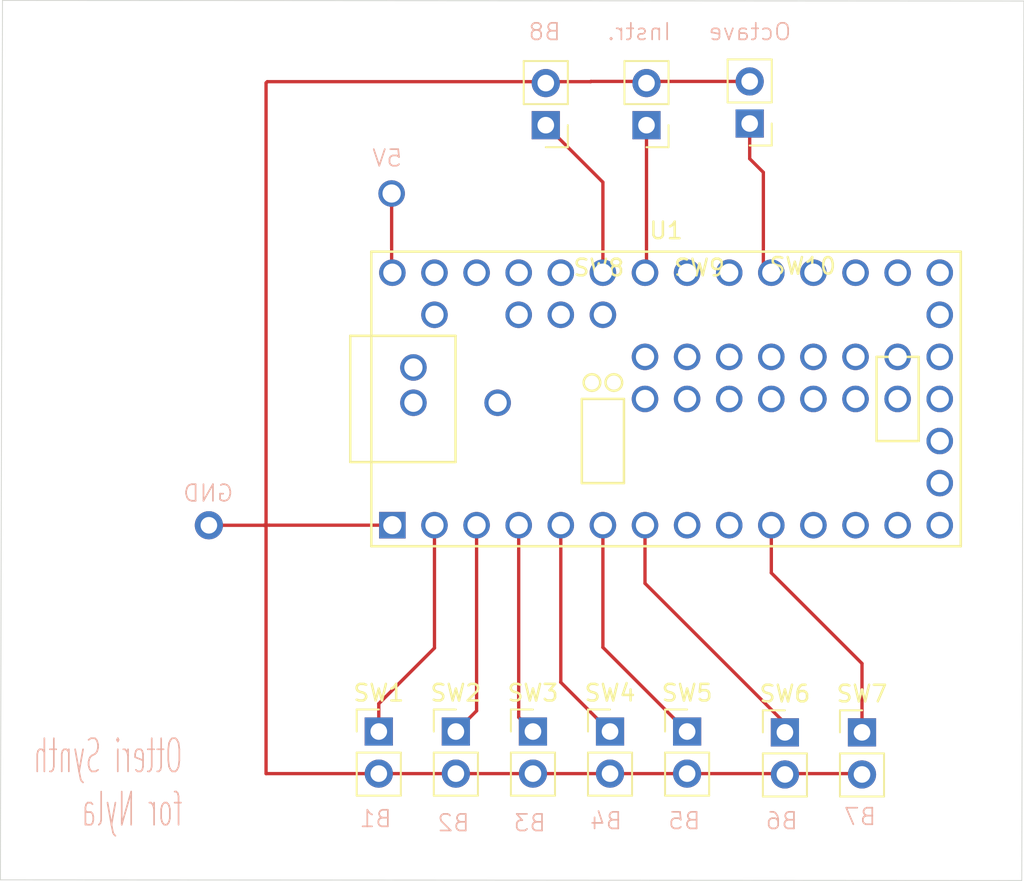
<source format=kicad_pcb>
(kicad_pcb (version 20240108) (generator "pcbnew") (generator_version "8.0")
  (layers (0 "F.Cu" signal) (31 "B.Cu" signal) (34 "B.Paste" user) (35 "F.Paste" user) (36 "B.SilkS" user "B.Silkscreen") (37 "F.SilkS" user "F.Silkscreen") (38 "B.Mask" user) (39 "F.Mask" user) (44 "Edge.Cuts" user))
  (net 0 "")
  (net 10 "pin0")
  (net 43 "GND")
  (net 44 "pin1")
  (net 45 "pin2")
  (net 46 "pin3")
  (net 47 "pin4")
  (net 49 "pin5")
  (net 50 "pin8")
  (net 51 "pin21")
  (net 52 "pin20")
  (net 53 "pin17")
  (net 54 "+5V")
  (footprint "Connector_PinHeader_2.54mm:PinHeader_1x02_P2.54mm_Vertical" (layer "F.Cu") (at 113.575 110.25)
    (property "Reference" "SW1" (at 0 -2.33 0) (layer "F.SilkS"))
    (property "Value" "SW_Push")
    (fp_line (start -1.33 -1.33) (end 0 -1.33) (stroke (width 0.12)) (layer "F.SilkS"))
    (fp_line (start -1.33 0) (end -1.33 -1.33) (stroke (width 0.12)) (layer "F.SilkS"))
    (fp_line (start -1.33 1.27) (end -1.33 3.87) (stroke (width 0.12)) (layer "F.SilkS"))
    (fp_line (start -1.33 1.27) (end 1.33 1.27) (stroke (width 0.12)) (layer "F.SilkS"))
    (fp_line (start -1.33 3.87) (end 1.33 3.87) (stroke (width 0.12)) (layer "F.SilkS"))
    (fp_line (start 1.33 1.27) (end 1.33 3.87) (stroke (width 0.12)) (layer "F.SilkS"))
    (pad "1" thru_hole rect (at 0 0) (size 1.7 1.7) (drill 1) (layers "*.Cu" "*.Mask") (net 10 "pin0"))
    (pad "2" thru_hole oval (at 0 2.54) (size 1.7 1.7) (drill 1) (layers "*.Cu" "*.Mask") (net 43 "GND"))
  )
  (footprint "Connector_PinHeader_2.54mm:PinHeader_1x02_P2.54mm_Vertical" (layer "F.Cu") (at 118.225 110.25)
    (property "Reference" "SW2" (at 0 -2.33 0) (layer "F.SilkS"))
    (property "Value" "SW_Push")
    (fp_line (start -1.33 -1.33) (end 0 -1.33) (stroke (width 0.12)) (layer "F.SilkS"))
    (fp_line (start -1.33 0) (end -1.33 -1.33) (stroke (width 0.12)) (layer "F.SilkS"))
    (fp_line (start -1.33 1.27) (end -1.33 3.87) (stroke (width 0.12)) (layer "F.SilkS"))
    (fp_line (start -1.33 1.27) (end 1.33 1.27) (stroke (width 0.12)) (layer "F.SilkS"))
    (fp_line (start -1.33 3.87) (end 1.33 3.87) (stroke (width 0.12)) (layer "F.SilkS"))
    (fp_line (start 1.33 1.27) (end 1.33 3.87) (stroke (width 0.12)) (layer "F.SilkS"))
    (pad "1" thru_hole rect (at 0 0) (size 1.7 1.7) (drill 1) (layers "*.Cu" "*.Mask") (net 44 "pin1"))
    (pad "2" thru_hole oval (at 0 2.54) (size 1.7 1.7) (drill 1) (layers "*.Cu" "*.Mask") (net 43 "GND"))
  )
  (footprint "" (layer "F.Cu") (at 114.35 77.775)
    (property "Reference" "" (at 0 0 0) (layer "F.SilkS") (effects (font (size 1.27 1.27))))
    (property "Value" "")
    (pad "33" thru_hole circle (at 0 0) (size 1.6 1.6) (drill 1.1) (layers "*.Cu" "*.Mask") (net 54 "+5V"))
  )
  (footprint "" (layer "F.Cu") (at 103.325 97.8)
    (property "Reference" "" (at 0 0 0) (layer "F.SilkS") (effects (font (size 1.27 1.27))))
    (property "Value" "")
    (pad "2" thru_hole oval (at 0 0) (size 1.7 1.7) (drill 1) (layers "*.Cu" "*.Mask") (net 43 "GND"))
  )
  (footprint "Connector_PinHeader_2.54mm:PinHeader_1x02_P2.54mm_Vertical" (layer "F.Cu") (at 122.875 110.25)
    (property "Reference" "SW3" (at 0 -2.33 0) (layer "F.SilkS"))
    (property "Value" "SW_Push")
    (fp_line (start -1.33 -1.33) (end 0 -1.33) (stroke (width 0.12)) (layer "F.SilkS"))
    (fp_line (start -1.33 0) (end -1.33 -1.33) (stroke (width 0.12)) (layer "F.SilkS"))
    (fp_line (start -1.33 1.27) (end -1.33 3.87) (stroke (width 0.12)) (layer "F.SilkS"))
    (fp_line (start -1.33 1.27) (end 1.33 1.27) (stroke (width 0.12)) (layer "F.SilkS"))
    (fp_line (start -1.33 3.87) (end 1.33 3.87) (stroke (width 0.12)) (layer "F.SilkS"))
    (fp_line (start 1.33 1.27) (end 1.33 3.87) (stroke (width 0.12)) (layer "F.SilkS"))
    (pad "1" thru_hole rect (at 0 0) (size 1.7 1.7) (drill 1) (layers "*.Cu" "*.Mask") (net 45 "pin2"))
    (pad "2" thru_hole oval (at 0 2.54) (size 1.7 1.7) (drill 1) (layers "*.Cu" "*.Mask") (net 43 "GND"))
  )
  (footprint "Connector_PinHeader_2.54mm:PinHeader_1x02_P2.54mm_Vertical" (layer "F.Cu") (at 129.725 73.65 180)
    (property "Reference" "SW9" (at -3.2 -8.605 360) (layer "F.SilkS"))
    (property "Value" "SW_Push")
    (fp_line (start 1.33 1.27) (end 1.33 3.87) (stroke (width 0.12)) (layer "F.SilkS"))
    (fp_line (start -1.33 3.87) (end 1.33 3.87) (stroke (width 0.12)) (layer "F.SilkS"))
    (fp_line (start -1.33 1.27) (end 1.33 1.27) (stroke (width 0.12)) (layer "F.SilkS"))
    (fp_line (start -1.33 1.27) (end -1.33 3.87) (stroke (width 0.12)) (layer "F.SilkS"))
    (fp_line (start -1.33 0) (end -1.33 -1.33) (stroke (width 0.12)) (layer "F.SilkS"))
    (fp_line (start -1.33 -1.33) (end 0 -1.33) (stroke (width 0.12)) (layer "F.SilkS"))
    (pad "1" thru_hole rect (at 0 0 180) (size 1.7 1.7) (drill 1) (layers "*.Cu" "*.Mask") (net 52 "pin20"))
    (pad "2" thru_hole oval (at 0 2.54 180) (size 1.7 1.7) (drill 1) (layers "*.Cu" "*.Mask") (net 43 "GND"))
  )
  (footprint "Connector_PinHeader_2.54mm:PinHeader_1x02_P2.54mm_Vertical" (layer "F.Cu") (at 142.725 110.3)
    (property "Reference" "SW7" (at 0 -2.33 0) (layer "F.SilkS"))
    (property "Value" "SW_Push")
    (fp_line (start -1.33 -1.33) (end 0 -1.33) (stroke (width 0.12)) (layer "F.SilkS"))
    (fp_line (start -1.33 0) (end -1.33 -1.33) (stroke (width 0.12)) (layer "F.SilkS"))
    (fp_line (start -1.33 1.27) (end -1.33 3.87) (stroke (width 0.12)) (layer "F.SilkS"))
    (fp_line (start -1.33 1.27) (end 1.33 1.27) (stroke (width 0.12)) (layer "F.SilkS"))
    (fp_line (start -1.33 3.87) (end 1.33 3.87) (stroke (width 0.12)) (layer "F.SilkS"))
    (fp_line (start 1.33 1.27) (end 1.33 3.87) (stroke (width 0.12)) (layer "F.SilkS"))
    (pad "1" thru_hole rect (at 0 0) (size 1.7 1.7) (drill 1) (layers "*.Cu" "*.Mask") (net 50 "pin8"))
    (pad "2" thru_hole oval (at 0 2.54) (size 1.7 1.7) (drill 1) (layers "*.Cu" "*.Mask") (net 43 "GND"))
  )
  (footprint "Teensy:Teensy30_31_32_All_Pins" (layer "F.Cu") (at 130.905 90.175)
    (property "Reference" "U1" (at 0 -10.16 0) (layer "F.SilkS"))
    (property "Value" "Teensy3.2")
    (fp_line (start -19.05 -3.81) (end -17.78 -3.81) (stroke (width 0.15)) (layer "F.SilkS"))
    (fp_line (start -19.05 3.81) (end -19.05 -3.81) (stroke (width 0.15)) (layer "F.SilkS"))
    (fp_line (start -17.78 -8.89) (end 17.78 -8.89) (stroke (width 0.15)) (layer "F.SilkS"))
    (fp_line (start -17.78 3.81) (end -19.05 3.81) (stroke (width 0.15)) (layer "F.SilkS"))
    (fp_line (start -17.78 8.89) (end -17.78 -8.89) (stroke (width 0.15)) (layer "F.SilkS"))
    (fp_line (start -12.7 -3.81) (end -17.78 -3.81) (stroke (width 0.15)) (layer "F.SilkS"))
    (fp_line (start -12.7 3.81) (end -17.78 3.81) (stroke (width 0.15)) (layer "F.SilkS"))
    (fp_line (start -12.7 3.81) (end -12.7 -3.81) (stroke (width 0.15)) (layer "F.SilkS"))
    (fp_line (start -5.08 0) (end -2.54 0) (stroke (width 0.15)) (layer "F.SilkS"))
    (fp_line (start -5.08 5.08) (end -5.08 0) (stroke (width 0.15)) (layer "F.SilkS"))
    (fp_line (start -2.54 0) (end -2.54 5.08) (stroke (width 0.15)) (layer "F.SilkS"))
    (fp_line (start -2.54 5.08) (end -5.08 5.08) (stroke (width 0.15)) (layer "F.SilkS"))
    (fp_line (start 12.7 -2.54) (end 15.24 -2.54) (stroke (width 0.15)) (layer "F.SilkS"))
    (fp_line (start 12.7 2.54) (end 12.7 -2.54) (stroke (width 0.15)) (layer "F.SilkS"))
    (fp_line (start 15.24 -2.54) (end 15.24 2.54) (stroke (width 0.15)) (layer "F.SilkS"))
    (fp_line (start 15.24 2.54) (end 12.7 2.54) (stroke (width 0.15)) (layer "F.SilkS"))
    (fp_line (start 17.78 -8.89) (end 17.78 8.89) (stroke (width 0.15)) (layer "F.SilkS"))
    (fp_line (start 17.78 8.89) (end -17.78 8.89) (stroke (width 0.15)) (layer "F.SilkS"))
    (fp_circle (center -4.47 -0.99) (end -3.97 -0.99) (stroke (width 0.15)) (fill none) (layer "F.SilkS"))
    (fp_circle (center -3.15 -0.99) (end -2.65 -0.99) (stroke (width 0.15)) (fill none) (layer "F.SilkS"))
    (pad "1" thru_hole rect (at -16.51 7.62) (size 1.6 1.6) (drill 1.1) (layers "*.Cu" "*.Mask") (net 43 "GND"))
    (pad "2" thru_hole circle (at -13.97 7.62) (size 1.6 1.6) (drill 1.1) (layers "*.Cu" "*.Mask") (net 10 "pin0"))
    (pad "3" thru_hole circle (at -11.43 7.62) (size 1.6 1.6) (drill 1.1) (layers "*.Cu" "*.Mask") (net 44 "pin1"))
    (pad "4" thru_hole circle (at -8.89 7.62) (size 1.6 1.6) (drill 1.1) (layers "*.Cu" "*.Mask") (net 45 "pin2"))
    (pad "5" thru_hole circle (at -6.35 7.62) (size 1.6 1.6) (drill 1.1) (layers "*.Cu" "*.Mask") (net 46 "pin3"))
    (pad "6" thru_hole circle (at -3.81 7.62) (size 1.6 1.6) (drill 1.1) (layers "*.Cu" "*.Mask") (net 47 "pin4"))
    (pad "7" thru_hole circle (at -1.27 7.62) (size 1.6 1.6) (drill 1.1) (layers "*.Cu" "*.Mask") (net 49 "pin5"))
    (pad "8" thru_hole circle (at 1.27 7.62) (size 1.6 1.6) (drill 1.1) (layers "*.Cu" "*.Mask"))
    (pad "9" thru_hole circle (at 3.81 7.62) (size 1.6 1.6) (drill 1.1) (layers "*.Cu" "*.Mask"))
    (pad "10" thru_hole circle (at 6.35 7.62) (size 1.6 1.6) (drill 1.1) (layers "*.Cu" "*.Mask") (net 50 "pin8"))
    (pad "11" thru_hole circle (at 8.89 7.62) (size 1.6 1.6) (drill 1.1) (layers "*.Cu" "*.Mask"))
    (pad "12" thru_hole circle (at 11.43 7.62) (size 1.6 1.6) (drill 1.1) (layers "*.Cu" "*.Mask"))
    (pad "13" thru_hole circle (at 13.97 7.62) (size 1.6 1.6) (drill 1.1) (layers "*.Cu" "*.Mask"))
    (pad "14" thru_hole circle (at 16.51 7.62) (size 1.6 1.6) (drill 1.1) (layers "*.Cu" "*.Mask"))
    (pad "15" thru_hole circle (at 16.51 5.08) (size 1.6 1.6) (drill 1.1) (layers "*.Cu" "*.Mask"))
    (pad "16" thru_hole circle (at 16.51 2.54) (size 1.6 1.6) (drill 1.1) (layers "*.Cu" "*.Mask"))
    (pad "17" thru_hole circle (at 16.51 0) (size 1.6 1.6) (drill 1.1) (layers "*.Cu" "*.Mask"))
    (pad "18" thru_hole circle (at 16.51 -2.54) (size 1.6 1.6) (drill 1.1) (layers "*.Cu" "*.Mask"))
    (pad "19" thru_hole circle (at 16.51 -5.08) (size 1.6 1.6) (drill 1.1) (layers "*.Cu" "*.Mask"))
    (pad "20" thru_hole circle (at 16.51 -7.62) (size 1.6 1.6) (drill 1.1) (layers "*.Cu" "*.Mask"))
    (pad "21" thru_hole circle (at 13.97 -7.62) (size 1.6 1.6) (drill 1.1) (layers "*.Cu" "*.Mask"))
    (pad "22" thru_hole circle (at 11.43 -7.62) (size 1.6 1.6) (drill 1.1) (layers "*.Cu" "*.Mask"))
    (pad "23" thru_hole circle (at 8.89 -7.62) (size 1.6 1.6) (drill 1.1) (layers "*.Cu" "*.Mask"))
    (pad "24" thru_hole circle (at 6.35 -7.62) (size 1.6 1.6) (drill 1.1) (layers "*.Cu" "*.Mask") (net 53 "pin17"))
    (pad "25" thru_hole circle (at 3.81 -7.62) (size 1.6 1.6) (drill 1.1) (layers "*.Cu" "*.Mask"))
    (pad "26" thru_hole circle (at 1.27 -7.62) (size 1.6 1.6) (drill 1.1) (layers "*.Cu" "*.Mask"))
    (pad "27" thru_hole circle (at -1.27 -7.62) (size 1.6 1.6) (drill 1.1) (layers "*.Cu" "*.Mask") (net 52 "pin20"))
    (pad "28" thru_hole circle (at -3.81 -7.62) (size 1.6 1.6) (drill 1.1) (layers "*.Cu" "*.Mask") (net 51 "pin21"))
    (pad "29" thru_hole circle (at -6.35 -7.62) (size 1.6 1.6) (drill 1.1) (layers "*.Cu" "*.Mask"))
    (pad "30" thru_hole circle (at -8.89 -7.62) (size 1.6 1.6) (drill 1.1) (layers "*.Cu" "*.Mask"))
    (pad "31" thru_hole circle (at -11.43 -7.62) (size 1.6 1.6) (drill 1.1) (layers "*.Cu" "*.Mask"))
    (pad "32" thru_hole circle (at -13.97 -7.62) (size 1.6 1.6) (drill 1.1) (layers "*.Cu" "*.Mask"))
    (pad "33" thru_hole circle (at -16.51 -7.62) (size 1.6 1.6) (drill 1.1) (layers "*.Cu" "*.Mask") (net 54 "+5V"))
    (pad "34" thru_hole circle (at -13.97 -5.08) (size 1.6 1.6) (drill 1.1) (layers "*.Cu" "*.Mask"))
    (pad "35" thru_hole circle (at -8.89 -5.08) (size 1.6 1.6) (drill 1.1) (layers "*.Cu" "*.Mask"))
    (pad "36" thru_hole circle (at -6.35 -5.08) (size 1.6 1.6) (drill 1.1) (layers "*.Cu" "*.Mask"))
    (pad "37" thru_hole circle (at -3.81 -5.08) (size 1.6 1.6) (drill 1.1) (layers "*.Cu" "*.Mask"))
    (pad "38" thru_hole circle (at -10.16 0.23) (size 1.6 1.6) (drill 1.1) (layers "*.Cu" "*.Mask"))
    (pad "39" thru_hole circle (at -15.24 0.23) (size 1.6 1.6) (drill 1.1) (layers "*.Cu" "*.Mask"))
    (pad "40" thru_hole circle (at -15.24 -1.9) (size 1.6 1.6) (drill 1.1) (layers "*.Cu" "*.Mask"))
    (pad "41" thru_hole circle (at -1.27 -2.54) (size 1.6 1.6) (drill 1.1) (layers "*.Cu" "*.Mask"))
    (pad "42" thru_hole circle (at 1.27 -2.54) (size 1.6 1.6) (drill 1.1) (layers "*.Cu" "*.Mask"))
    (pad "43" thru_hole circle (at 3.81 -2.54) (size 1.6 1.6) (drill 1.1) (layers "*.Cu" "*.Mask"))
    (pad "44" thru_hole circle (at 6.35 -2.54 90) (size 1.6 1.6) (drill 1.1) (layers "*.Cu" "*.Mask"))
    (pad "45" thru_hole circle (at 8.89 -2.54) (size 1.6 1.6) (drill 1.1) (layers "*.Cu" "*.Mask"))
    (pad "46" thru_hole circle (at 11.43 -2.54) (size 1.6 1.6) (drill 1.1) (layers "*.Cu" "*.Mask"))
    (pad "47" thru_hole circle (at 13.97 -2.54) (size 1.6 1.6) (drill 1.1) (layers "*.Cu" "*.Mask"))
    (pad "48" thru_hole circle (at 13.97 0) (size 1.6 1.6) (drill 1.1) (layers "*.Cu" "*.Mask"))
    (pad "49" thru_hole circle (at 11.43 0) (size 1.6 1.6) (drill 1.1) (layers "*.Cu" "*.Mask"))
    (pad "50" thru_hole circle (at 8.89 0) (size 1.6 1.6) (drill 1.1) (layers "*.Cu" "*.Mask"))
    (pad "51" thru_hole circle (at 6.35 0) (size 1.6 1.6) (drill 1.1) (layers "*.Cu" "*.Mask"))
    (pad "52" thru_hole circle (at 3.81 0) (size 1.6 1.6) (drill 1.1) (layers "*.Cu" "*.Mask"))
    (pad "53" thru_hole circle (at 1.27 0) (size 1.6 1.6) (drill 1.1) (layers "*.Cu" "*.Mask"))
    (pad "54" thru_hole circle (at -1.27 0) (size 1.6 1.6) (drill 1.1) (layers "*.Cu" "*.Mask"))
  )
  (footprint "Connector_PinHeader_2.54mm:PinHeader_1x02_P2.54mm_Vertical" (layer "F.Cu") (at 127.525 110.25)
    (property "Reference" "SW4" (at 0 -2.33 0) (layer "F.SilkS"))
    (property "Value" "SW_Push")
    (fp_line (start -1.33 -1.33) (end 0 -1.33) (stroke (width 0.12)) (layer "F.SilkS"))
    (fp_line (start -1.33 0) (end -1.33 -1.33) (stroke (width 0.12)) (layer "F.SilkS"))
    (fp_line (start -1.33 1.27) (end -1.33 3.87) (stroke (width 0.12)) (layer "F.SilkS"))
    (fp_line (start -1.33 1.27) (end 1.33 1.27) (stroke (width 0.12)) (layer "F.SilkS"))
    (fp_line (start -1.33 3.87) (end 1.33 3.87) (stroke (width 0.12)) (layer "F.SilkS"))
    (fp_line (start 1.33 1.27) (end 1.33 3.87) (stroke (width 0.12)) (layer "F.SilkS"))
    (pad "1" thru_hole rect (at 0 0) (size 1.7 1.7) (drill 1) (layers "*.Cu" "*.Mask") (net 46 "pin3"))
    (pad "2" thru_hole oval (at 0 2.54) (size 1.7 1.7) (drill 1) (layers "*.Cu" "*.Mask") (net 43 "GND"))
  )
  (footprint "Connector_PinHeader_2.54mm:PinHeader_1x02_P2.54mm_Vertical" (layer "F.Cu") (at 135.95 73.55 180)
    (property "Reference" "SW10" (at -3.2 -8.605 360) (layer "F.SilkS"))
    (property "Value" "SW_Push")
    (fp_line (start 1.33 1.27) (end 1.33 3.87) (stroke (width 0.12)) (layer "F.SilkS"))
    (fp_line (start -1.33 3.87) (end 1.33 3.87) (stroke (width 0.12)) (layer "F.SilkS"))
    (fp_line (start -1.33 1.27) (end 1.33 1.27) (stroke (width 0.12)) (layer "F.SilkS"))
    (fp_line (start -1.33 1.27) (end -1.33 3.87) (stroke (width 0.12)) (layer "F.SilkS"))
    (fp_line (start -1.33 0) (end -1.33 -1.33) (stroke (width 0.12)) (layer "F.SilkS"))
    (fp_line (start -1.33 -1.33) (end 0 -1.33) (stroke (width 0.12)) (layer "F.SilkS"))
    (pad "1" thru_hole rect (at 0 0 180) (size 1.7 1.7) (drill 1) (layers "*.Cu" "*.Mask") (net 53 "pin17"))
    (pad "2" thru_hole oval (at 0 2.54 180) (size 1.7 1.7) (drill 1) (layers "*.Cu" "*.Mask") (net 43 "GND"))
  )
  (footprint "Connector_PinHeader_2.54mm:PinHeader_1x02_P2.54mm_Vertical" (layer "F.Cu") (at 132.175 110.25)
    (property "Reference" "SW5" (at 0 -2.33 0) (layer "F.SilkS"))
    (property "Value" "SW_Push")
    (fp_line (start -1.33 -1.33) (end 0 -1.33) (stroke (width 0.12)) (layer "F.SilkS"))
    (fp_line (start -1.33 0) (end -1.33 -1.33) (stroke (width 0.12)) (layer "F.SilkS"))
    (fp_line (start -1.33 1.27) (end -1.33 3.87) (stroke (width 0.12)) (layer "F.SilkS"))
    (fp_line (start -1.33 1.27) (end 1.33 1.27) (stroke (width 0.12)) (layer "F.SilkS"))
    (fp_line (start -1.33 3.87) (end 1.33 3.87) (stroke (width 0.12)) (layer "F.SilkS"))
    (fp_line (start 1.33 1.27) (end 1.33 3.87) (stroke (width 0.12)) (layer "F.SilkS"))
    (pad "1" thru_hole rect (at 0 0) (size 1.7 1.7) (drill 1) (layers "*.Cu" "*.Mask") (net 47 "pin4"))
    (pad "2" thru_hole oval (at 0 2.54) (size 1.7 1.7) (drill 1) (layers "*.Cu" "*.Mask") (net 43 "GND"))
  )
  (footprint "Connector_PinHeader_2.54mm:PinHeader_1x02_P2.54mm_Vertical" (layer "F.Cu") (at 138.075 110.3)
    (property "Reference" "SW6" (at 0 -2.33 0) (layer "F.SilkS"))
    (property "Value" "SW_Push")
    (fp_line (start -1.33 -1.33) (end 0 -1.33) (stroke (width 0.12)) (layer "F.SilkS"))
    (fp_line (start -1.33 0) (end -1.33 -1.33) (stroke (width 0.12)) (layer "F.SilkS"))
    (fp_line (start -1.33 1.27) (end -1.33 3.87) (stroke (width 0.12)) (layer "F.SilkS"))
    (fp_line (start -1.33 1.27) (end 1.33 1.27) (stroke (width 0.12)) (layer "F.SilkS"))
    (fp_line (start -1.33 3.87) (end 1.33 3.87) (stroke (width 0.12)) (layer "F.SilkS"))
    (fp_line (start 1.33 1.27) (end 1.33 3.87) (stroke (width 0.12)) (layer "F.SilkS"))
    (pad "1" thru_hole rect (at 0 0) (size 1.7 1.7) (drill 1) (layers "*.Cu" "*.Mask") (net 49 "pin5"))
    (pad "2" thru_hole oval (at 0 2.54) (size 1.7 1.7) (drill 1) (layers "*.Cu" "*.Mask") (net 43 "GND"))
  )
  (footprint "Connector_PinHeader_2.54mm:PinHeader_1x02_P2.54mm_Vertical" (layer "F.Cu") (at 123.65 73.65 180)
    (property "Reference" "SW8" (at -3.2 -8.605 360) (layer "F.SilkS"))
    (property "Value" "SW_Push")
    (fp_line (start 1.33 1.27) (end 1.33 3.87) (stroke (width 0.12)) (layer "F.SilkS"))
    (fp_line (start -1.33 3.87) (end 1.33 3.87) (stroke (width 0.12)) (layer "F.SilkS"))
    (fp_line (start -1.33 1.27) (end 1.33 1.27) (stroke (width 0.12)) (layer "F.SilkS"))
    (fp_line (start -1.33 1.27) (end -1.33 3.87) (stroke (width 0.12)) (layer "F.SilkS"))
    (fp_line (start -1.33 0) (end -1.33 -1.33) (stroke (width 0.12)) (layer "F.SilkS"))
    (fp_line (start -1.33 -1.33) (end 0 -1.33) (stroke (width 0.12)) (layer "F.SilkS"))
    (pad "1" thru_hole rect (at 0 0 180) (size 1.7 1.7) (drill 1) (layers "*.Cu" "*.Mask") (net 51 "pin21"))
    (pad "2" thru_hole oval (at 0 2.54 180) (size 1.7 1.7) (drill 1) (layers "*.Cu" "*.Mask") (net 43 "GND"))
  )
  (gr_line (start 152.3625 119.24) (end 90.75 119.2) (stroke (width 0.05)) (layer "Edge.Cuts"))
  (gr_line (start 90.75 119.2) (end 90.875 66.12) (stroke (width 0.05)) (layer "Edge.Cuts"))
  (gr_line (start 152.4875 66.16) (end 152.3625 119.24) (stroke (width 0.05)) (layer "Edge.Cuts"))
  (gr_line (start 90.875 66.12) (end 152.4875 66.16) (stroke (width 0.05)) (layer "Edge.Cuts"))
  (gr_text "B5" (at 133.05 116.225 0) (layer "B.SilkS") (effects (font (size 1 1) (thickness 0.1)) (justify left bottom mirror)))
  (gr_text "B2" (at 119.125 116.35 0) (layer "B.SilkS") (effects (font (size 1 1) (thickness 0.1)) (justify left bottom mirror)))
  (gr_text "Instr." (at 131.275 68.6 0) (layer "B.SilkS") (effects (font (size 1 1) (thickness 0.1)) (justify left bottom mirror)))
  (gr_text "GND" (at 104.875 96.45 0) (layer "B.SilkS") (effects (font (size 1 1) (thickness 0.1)) (justify left bottom mirror)))
  (gr_text "B7" (at 143.65 115.975 0) (layer "B.SilkS") (effects (font (size 1 1) (thickness 0.1)) (justify left bottom mirror)))
  (gr_text "B8" (at 124.625 68.6 0) (layer "B.SilkS") (effects (font (size 1 1) (thickness 0.1)) (justify left bottom mirror)))
  (gr_text "Otteri Synth\nfor Nyla" (at 101.8 116.125 0) (layer "B.SilkS") (effects (font (size 2 1) (thickness 0.1)) (justify left bottom mirror)))
  (gr_text "B1" (at 114.425 116.1 0) (layer "B.SilkS") (effects (font (size 1 1) (thickness 0.1)) (justify left bottom mirror)))
  (gr_text "B6" (at 138.925 116.225 0) (layer "B.SilkS") (effects (font (size 1 1) (thickness 0.1)) (justify left bottom mirror)))
  (gr_text "B4" (at 128.325 116.225 0) (layer "B.SilkS") (effects (font (size 1 1) (thickness 0.1)) (justify left bottom mirror)))
  (gr_text "B3" (at 123.725 116.35 0) (layer "B.SilkS") (effects (font (size 1 1) (thickness 0.1)) (justify left bottom mirror)))
  (gr_text "5V" (at 115.05 76.225 0) (layer "B.SilkS") (effects (font (size 1 1) (thickness 0.1)) (justify left bottom mirror)))
  (gr_text "Octave" (at 138.525 68.6 0) (layer "B.SilkS") (effects (font (size 1 1) (thickness 0.1)) (justify left bottom mirror)))
  (segment (start 116.935 105.21) (end 116.935 97.795) (width 0.2) (layer "F.Cu") (net 10))
  (segment (start 113.575 110.25) (end 113.575 108.57) (width 0.2) (layer "F.Cu") (net 10))
  (segment (start 113.575 108.57) (end 116.935 105.21) (width 0.2) (layer "F.Cu") (net 10))
  (segment (start 126.365 71.01) (end 126.35 71.025) (width 0.2) (layer "F.Cu") (net 43))
  (segment (start 114.395 97.795) (end 106.975 97.795) (width 0.2) (layer "F.Cu") (net 43))
  (segment (start 135.95 71.01) (end 126.365 71.01) (width 0.2) (layer "F.Cu") (net 43))
  (segment (start 142.675 112.79) (end 142.725 112.84) (width 0.2) (layer "F.Cu") (net 43))
  (segment (start 132.175 112.79) (end 106.775 112.79) (width 0.2) (layer "F.Cu") (net 43))
  (segment (start 106.775 112.79) (end 106.775 97.795) (width 0.2) (layer "F.Cu") (net 43))
  (segment (start 106.65 97.8) (end 103.325 97.8) (width 0.2) (layer "F.Cu") (net 43))
  (segment (start 106.775 71.1) (end 106.775 97.795) (width 0.2) (layer "F.Cu") (net 43))
  (segment (start 106.775 97.795) (end 106.655 97.795) (width 0.2) (layer "F.Cu") (net 43))
  (segment (start 106.85 71.025) (end 106.775 71.1) (width 0.2) (layer "F.Cu") (net 43))
  (segment (start 106.975 97.795) (end 106.775 97.795) (width 0.2) (layer "F.Cu") (net 43))
  (segment (start 132.175 112.79) (end 142.675 112.79) (width 0.2) (layer "F.Cu") (net 43))
  (segment (start 106.655 97.795) (end 106.65 97.8) (width 0.2) (layer "F.Cu") (net 43))
  (segment (start 126.35 71.025) (end 106.85 71.025) (width 0.2) (layer "F.Cu") (net 43))
  (segment (start 119.475 109) (end 119.475 97.795) (width 0.2) (layer "F.Cu") (net 44))
  (segment (start 118.225 110.25) (end 119.475 109) (width 0.2) (layer "F.Cu") (net 44))
  (segment (start 122.015 109.39) (end 122.015 97.795) (width 0.2) (layer "F.Cu") (net 45))
  (segment (start 122.875 110.25) (end 122.015 109.39) (width 0.2) (layer "F.Cu") (net 45))
  (segment (start 122.025 97.805) (end 122.015 97.795) (width 0.2) (layer "F.Cu") (net 45))
  (segment (start 127.525 110.25) (end 124.55 107.275) (width 0.2) (layer "F.Cu") (net 46))
  (segment (start 124.55 107.275) (end 124.555 107.27) (width 0.2) (layer "F.Cu") (net 46))
  (segment (start 124.555 107.27) (end 124.555 97.795) (width 0.2) (layer "F.Cu") (net 46))
  (segment (start 124.55 97.8) (end 124.555 97.795) (width 0.2) (layer "F.Cu") (net 46))
  (segment (start 127.095 105.17) (end 127.095 97.795) (width 0.2) (layer "F.Cu") (net 47))
  (segment (start 132.175 110.25) (end 127.095 105.17) (width 0.2) (layer "F.Cu") (net 47))
  (segment (start 127.1 97.8) (end 127.095 97.795) (width 0.2) (layer "F.Cu") (net 47))
  (segment (start 129.635 101.305) (end 129.635 97.795) (width 0.2) (layer "F.Cu") (net 49))
  (segment (start 138.075 110.3) (end 138.075 109.745) (width 0.2) (layer "F.Cu") (net 49))
  (segment (start 138.075 109.745) (end 129.635 101.305) (width 0.2) (layer "F.Cu") (net 49))
  (segment (start 137.255 100.675) (end 137.255 97.795) (width 0.2) (layer "F.Cu") (net 50))
  (segment (start 142.725 106.145) (end 137.255 100.675) (width 0.2) (layer "F.Cu") (net 50))
  (segment (start 142.725 110.3) (end 142.725 106.145) (width 0.2) (layer "F.Cu") (net 50))
  (segment (start 127.095 77.095) (end 127.095 82.555) (width 0.2) (layer "F.Cu") (net 51))
  (segment (start 123.65 73.65) (end 127.095 77.095) (width 0.2) (layer "F.Cu") (net 51))
  (segment (start 129.725 73.65) (end 129.725 82.465) (width 0.2) (layer "F.Cu") (net 52))
  (segment (start 129.725 82.465) (end 129.635 82.555) (width 0.2) (layer "F.Cu") (net 52))
  (segment (start 135.95 75.675) (end 136.775 76.5) (width 0.2) (layer "F.Cu") (net 53))
  (segment (start 136.775 82.075) (end 137.255 82.555) (width 0.2) (layer "F.Cu") (net 53))
  (segment (start 135.95 73.55) (end 135.95 75.675) (width 0.2) (layer "F.Cu") (net 53))
  (segment (start 136.775 76.5) (end 136.775 82.075) (width 0.2) (layer "F.Cu") (net 53))
  (segment (start 114.35 82.51) (end 114.395 82.555) (width 0.2) (layer "F.Cu") (net 54))
  (segment (start 114.35 77.775) (end 114.35 82.51) (width 0.2) (layer "F.Cu") (net 54))
)
</source>
